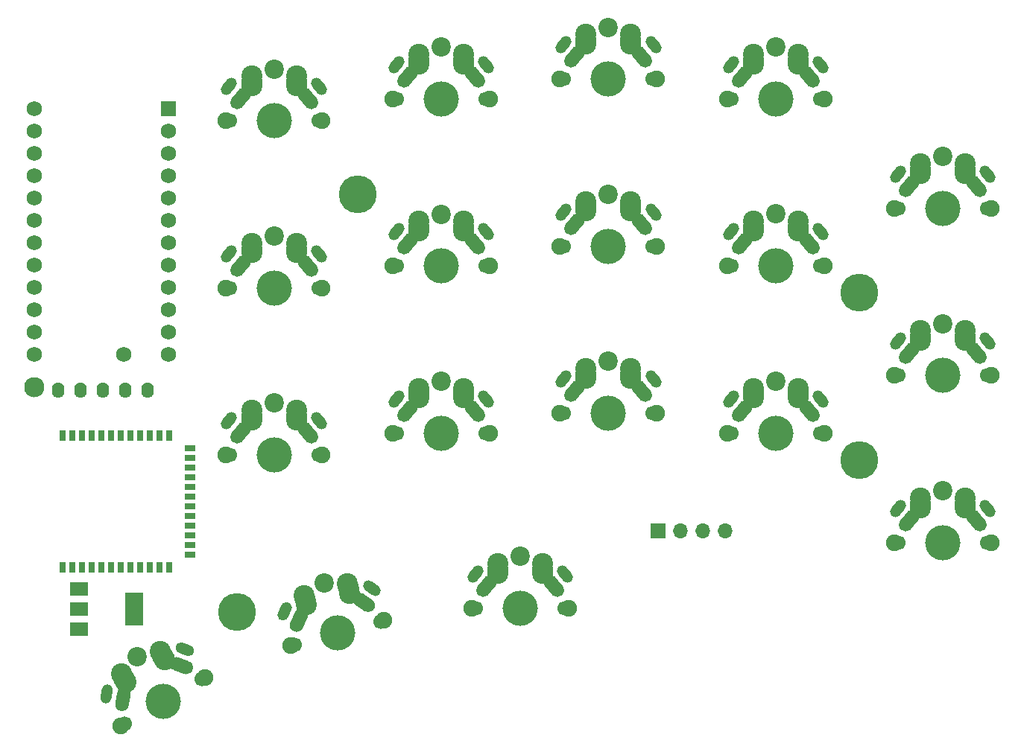
<source format=gts>
G04 #@! TF.GenerationSoftware,KiCad,Pcbnew,(6.0.2)*
G04 #@! TF.CreationDate,2022-03-08T09:31:39+01:00*
G04 #@! TF.ProjectId,pierce,70696572-6365-42e6-9b69-6361645f7063,v 0.1*
G04 #@! TF.SameCoordinates,Original*
G04 #@! TF.FileFunction,Soldermask,Top*
G04 #@! TF.FilePolarity,Negative*
%FSLAX46Y46*%
G04 Gerber Fmt 4.6, Leading zero omitted, Abs format (unit mm)*
G04 Created by KiCad (PCBNEW (6.0.2)) date 2022-03-08 09:31:39*
%MOMM*%
%LPD*%
G01*
G04 APERTURE LIST*
G04 Aperture macros list*
%AMHorizOval*
0 Thick line with rounded ends*
0 $1 width*
0 $2 $3 position (X,Y) of the first rounded end (center of the circle)*
0 $4 $5 position (X,Y) of the second rounded end (center of the circle)*
0 Add line between two ends*
20,1,$1,$2,$3,$4,$5,0*
0 Add two circle primitives to create the rounded ends*
1,1,$1,$2,$3*
1,1,$1,$4,$5*%
G04 Aperture macros list end*
%ADD10C,4.000000*%
%ADD11C,1.700000*%
%ADD12C,1.900000*%
%ADD13C,2.400000*%
%ADD14HorizOval,1.550000X0.108530X0.615505X-0.108530X-0.615505X0*%
%ADD15HorizOval,1.250000X0.082483X0.467784X-0.082483X-0.467784X0*%
%ADD16HorizOval,1.250000X0.446354X-0.162460X-0.446354X0.162460X0*%
%ADD17C,2.200000*%
%ADD18HorizOval,1.550000X0.587308X-0.213763X-0.587308X0.213763X0*%
%ADD19HorizOval,1.550000X0.264136X0.566442X-0.264136X-0.566442X0*%
%ADD20HorizOval,1.250000X0.389097X-0.272449X-0.389097X0.272449X0*%
%ADD21HorizOval,1.250000X0.200744X0.430496X-0.200744X-0.430496X0*%
%ADD22HorizOval,1.550000X0.511970X-0.358485X-0.511970X0.358485X0*%
%ADD23HorizOval,1.250000X0.305324X0.363871X-0.305324X-0.363871X0*%
%ADD24HorizOval,1.550000X0.401742X0.478778X-0.401742X-0.478778X0*%
%ADD25HorizOval,1.250000X0.305324X-0.363871X-0.305324X0.363871X0*%
%ADD26HorizOval,1.550000X0.401742X-0.478778X-0.401742X0.478778X0*%
%ADD27C,4.300000*%
%ADD28R,1.752600X1.752600*%
%ADD29C,1.752600*%
%ADD30O,1.397000X1.778000*%
%ADD31R,0.698500X1.198880*%
%ADD32R,1.198880X0.698500*%
%ADD33R,2.000000X1.500000*%
%ADD34R,2.000000X3.800000*%
%ADD35C,2.300000*%
%ADD36R,1.700000X1.700000*%
%ADD37O,1.700000X1.700000*%
G04 APERTURE END LIST*
D10*
X112652847Y-118845224D03*
D11*
X108253438Y-121385224D03*
X117052256Y-116305224D03*
D12*
X117415987Y-116095224D03*
X107889707Y-121595224D03*
D13*
X108203142Y-116218110D03*
X107913142Y-115715815D03*
D14*
X108083290Y-118550519D03*
D15*
X106286117Y-118017725D03*
D13*
X108453142Y-116651122D03*
D16*
X115119577Y-112917725D03*
D13*
X112852552Y-114111122D03*
D17*
X109702847Y-113735674D03*
D13*
X112602552Y-113678110D03*
X112312552Y-113175815D03*
D18*
X114682404Y-114740519D03*
D12*
X137765439Y-109621719D03*
X127140255Y-112468729D03*
D11*
X127545944Y-112360025D03*
D10*
X132452847Y-111045224D03*
D11*
X137359750Y-109730423D03*
D13*
X128964119Y-107838921D03*
D19*
X128115269Y-109577873D03*
D20*
X136369674Y-105958136D03*
D13*
X128834710Y-107355958D03*
X128684595Y-106795721D03*
D21*
X126517231Y-108598090D03*
D22*
X135475624Y-107605672D03*
D13*
X133871022Y-106524120D03*
X133591498Y-105480920D03*
D17*
X130925815Y-105346262D03*
D13*
X133741613Y-106041157D03*
D11*
X158332847Y-108245224D03*
X148172847Y-108245224D03*
D10*
X153252847Y-108245224D03*
D12*
X147752847Y-108245224D03*
X158752847Y-108245224D03*
D23*
X148152847Y-104345224D03*
D24*
X149442847Y-105705224D03*
D13*
X150712847Y-103165224D03*
D25*
X158352847Y-104345224D03*
D13*
X150712847Y-104245224D03*
X150712847Y-103745224D03*
D17*
X153252847Y-102345224D03*
D26*
X157062847Y-105705224D03*
D13*
X155792847Y-104245224D03*
X155792847Y-103745224D03*
X155792847Y-103165224D03*
D27*
X121025800Y-108690700D03*
X134775800Y-61180700D03*
X191752500Y-91370700D03*
X191752500Y-72370700D03*
D28*
X113269800Y-51422000D03*
D29*
X113269800Y-53962000D03*
X113269800Y-56502000D03*
X113269800Y-59042000D03*
X113269800Y-61582000D03*
X113269800Y-64122000D03*
X113269800Y-66662000D03*
X113269800Y-69202000D03*
X113269800Y-71742000D03*
X113269800Y-74282000D03*
X113269800Y-76822000D03*
X113269800Y-79362000D03*
X98029800Y-79362000D03*
X98029800Y-76822000D03*
X98029800Y-74282000D03*
X98029800Y-71742000D03*
X98029800Y-69202000D03*
X98029800Y-66662000D03*
X98029800Y-64122000D03*
X98029800Y-61582000D03*
X98029800Y-59042000D03*
X98029800Y-56502000D03*
X98029800Y-53962000D03*
X98029800Y-51422000D03*
X108189800Y-79362000D03*
D11*
X139174847Y-50313202D03*
D10*
X144254847Y-50313202D03*
D11*
X149334847Y-50313202D03*
D12*
X149754847Y-50313202D03*
X138754847Y-50313202D03*
D23*
X139154847Y-46413202D03*
D25*
X149354847Y-46413202D03*
D13*
X141714847Y-45813202D03*
X141714847Y-46313202D03*
D24*
X140444847Y-47773202D03*
D13*
X141714847Y-45233202D03*
D17*
X144254847Y-44413202D03*
D26*
X148064847Y-47773202D03*
D13*
X146794847Y-45813202D03*
X146794847Y-46313202D03*
X146794847Y-45233202D03*
D12*
X149754847Y-69313202D03*
D11*
X149334847Y-69313202D03*
X139174847Y-69313202D03*
D12*
X138754847Y-69313202D03*
D10*
X144254847Y-69313202D03*
D13*
X141714847Y-64813202D03*
D25*
X149354847Y-65413202D03*
D24*
X140444847Y-66773202D03*
D23*
X139154847Y-65413202D03*
D13*
X141714847Y-64233202D03*
X141714847Y-65313202D03*
X146794847Y-64813202D03*
D26*
X148064847Y-66773202D03*
D17*
X144254847Y-63413202D03*
D13*
X146794847Y-65313202D03*
X146794847Y-64233202D03*
D11*
X149334847Y-88313202D03*
D10*
X144254847Y-88313202D03*
D12*
X138754847Y-88313202D03*
D11*
X139174847Y-88313202D03*
D12*
X149754847Y-88313202D03*
D24*
X140444847Y-85773202D03*
D13*
X141714847Y-83813202D03*
X141714847Y-84313202D03*
D23*
X139154847Y-84413202D03*
D13*
X141714847Y-83233202D03*
D25*
X149354847Y-84413202D03*
D17*
X144254847Y-82413202D03*
D13*
X146794847Y-83813202D03*
X146794847Y-83233202D03*
X146794847Y-84313202D03*
D26*
X148064847Y-85773202D03*
D10*
X163254847Y-48060224D03*
D11*
X158174847Y-48060224D03*
D12*
X168754847Y-48060224D03*
D11*
X168334847Y-48060224D03*
D12*
X157754847Y-48060224D03*
D13*
X160714847Y-44060224D03*
D25*
X168354847Y-44160224D03*
D13*
X160714847Y-42980224D03*
X160714847Y-43560224D03*
D24*
X159444847Y-45520224D03*
D23*
X158154847Y-44160224D03*
D13*
X165794847Y-42980224D03*
D26*
X167064847Y-45520224D03*
D17*
X163254847Y-42160224D03*
D13*
X165794847Y-43560224D03*
X165794847Y-44060224D03*
D12*
X157754847Y-67060224D03*
X168754847Y-67060224D03*
D11*
X168334847Y-67060224D03*
D10*
X163254847Y-67060224D03*
D11*
X158174847Y-67060224D03*
D13*
X160714847Y-62560224D03*
X160714847Y-61980224D03*
D23*
X158154847Y-63160224D03*
D13*
X160714847Y-63060224D03*
D24*
X159444847Y-64520224D03*
D25*
X168354847Y-63160224D03*
D13*
X165794847Y-62560224D03*
X165794847Y-63060224D03*
D17*
X163254847Y-61160224D03*
D26*
X167064847Y-64520224D03*
D13*
X165794847Y-61980224D03*
D10*
X163254847Y-86060224D03*
D11*
X158174847Y-86060224D03*
X168334847Y-86060224D03*
D12*
X168754847Y-86060224D03*
X157754847Y-86060224D03*
D25*
X168354847Y-82160224D03*
D13*
X160714847Y-80980224D03*
X160714847Y-81560224D03*
D23*
X158154847Y-82160224D03*
D13*
X160714847Y-82060224D03*
D24*
X159444847Y-83520224D03*
D26*
X167064847Y-83520224D03*
D13*
X165794847Y-80980224D03*
X165794847Y-82060224D03*
X165794847Y-81560224D03*
D17*
X163254847Y-80160224D03*
D11*
X187334847Y-50310662D03*
D12*
X187754847Y-50310662D03*
D10*
X182254847Y-50310662D03*
D12*
X176754847Y-50310662D03*
D11*
X177174847Y-50310662D03*
D13*
X179714847Y-45810662D03*
X179714847Y-46310662D03*
D25*
X187354847Y-46410662D03*
D23*
X177154847Y-46410662D03*
D24*
X178444847Y-47770662D03*
D13*
X179714847Y-45230662D03*
X184794847Y-45810662D03*
D17*
X182254847Y-44410662D03*
D13*
X184794847Y-46310662D03*
D26*
X186064847Y-47770662D03*
D13*
X184794847Y-45230662D03*
D10*
X182254847Y-69310662D03*
D12*
X187754847Y-69310662D03*
D11*
X177174847Y-69310662D03*
X187334847Y-69310662D03*
D12*
X176754847Y-69310662D03*
D13*
X179714847Y-64230662D03*
D25*
X187354847Y-65410662D03*
D13*
X179714847Y-64810662D03*
X179714847Y-65310662D03*
D23*
X177154847Y-65410662D03*
D24*
X178444847Y-66770662D03*
D26*
X186064847Y-66770662D03*
D13*
X184794847Y-64230662D03*
X184794847Y-64810662D03*
D17*
X182254847Y-63410662D03*
D13*
X184794847Y-65310662D03*
D12*
X176754847Y-88310662D03*
D11*
X177174847Y-88310662D03*
D12*
X187754847Y-88310662D03*
D10*
X182254847Y-88310662D03*
D11*
X187334847Y-88310662D03*
D13*
X179714847Y-83230662D03*
D25*
X187354847Y-84410662D03*
D24*
X178444847Y-85770662D03*
D23*
X177154847Y-84410662D03*
D13*
X179714847Y-84310662D03*
X179714847Y-83810662D03*
X184794847Y-84310662D03*
D26*
X186064847Y-85770662D03*
D13*
X184794847Y-83230662D03*
X184794847Y-83810662D03*
D17*
X182254847Y-82410662D03*
D11*
X196174847Y-62773598D03*
D12*
X195754847Y-62773598D03*
X206754847Y-62773598D03*
D11*
X206334847Y-62773598D03*
D10*
X201254847Y-62773598D03*
D13*
X198714847Y-58773598D03*
D24*
X197444847Y-60233598D03*
D25*
X206354847Y-58873598D03*
D13*
X198714847Y-57693598D03*
D23*
X196154847Y-58873598D03*
D13*
X198714847Y-58273598D03*
X203794847Y-57693598D03*
X203794847Y-58773598D03*
D17*
X201254847Y-56873598D03*
D13*
X203794847Y-58273598D03*
D26*
X205064847Y-60233598D03*
D12*
X206754847Y-81773598D03*
D11*
X196174847Y-81773598D03*
D10*
X201254847Y-81773598D03*
D12*
X195754847Y-81773598D03*
D11*
X206334847Y-81773598D03*
D24*
X197444847Y-79233598D03*
D13*
X198714847Y-77273598D03*
X198714847Y-76693598D03*
D25*
X206354847Y-77873598D03*
D13*
X198714847Y-77773598D03*
D23*
X196154847Y-77873598D03*
D13*
X203794847Y-76693598D03*
D17*
X201254847Y-75873598D03*
D13*
X203794847Y-77273598D03*
D26*
X205064847Y-79233598D03*
D13*
X203794847Y-77773598D03*
D12*
X206754847Y-100773598D03*
X195754847Y-100773598D03*
D10*
X201254847Y-100773598D03*
D11*
X196174847Y-100773598D03*
X206334847Y-100773598D03*
D13*
X198714847Y-96773598D03*
X198714847Y-96273598D03*
D25*
X206354847Y-96873598D03*
D24*
X197444847Y-98233598D03*
D23*
X196154847Y-96873598D03*
D13*
X198714847Y-95693598D03*
X203794847Y-96773598D03*
X203794847Y-95693598D03*
D26*
X205064847Y-98233598D03*
D13*
X203794847Y-96273598D03*
D17*
X201254847Y-94873598D03*
D10*
X125254847Y-52810020D03*
D12*
X130754847Y-52810020D03*
D11*
X120174847Y-52810020D03*
X130334847Y-52810020D03*
D12*
X119754847Y-52810020D03*
D23*
X120154847Y-48910020D03*
D13*
X122714847Y-47730020D03*
X122714847Y-48310020D03*
D25*
X130354847Y-48910020D03*
D13*
X122714847Y-48810020D03*
D24*
X121444847Y-50270020D03*
D26*
X129064847Y-50270020D03*
D13*
X127794847Y-47730020D03*
X127794847Y-48310020D03*
D17*
X125254847Y-46910020D03*
D13*
X127794847Y-48810020D03*
D12*
X130754847Y-71810020D03*
D10*
X125254847Y-71810020D03*
D12*
X119754847Y-71810020D03*
D11*
X120174847Y-71810020D03*
X130334847Y-71810020D03*
D13*
X122714847Y-66730020D03*
X122714847Y-67310020D03*
D25*
X130354847Y-67910020D03*
D24*
X121444847Y-69270020D03*
D13*
X122714847Y-67810020D03*
D23*
X120154847Y-67910020D03*
D13*
X127794847Y-67810020D03*
X127794847Y-66730020D03*
D17*
X125254847Y-65910020D03*
D26*
X129064847Y-69270020D03*
D13*
X127794847Y-67310020D03*
D12*
X130754847Y-90810020D03*
X119754847Y-90810020D03*
D10*
X125254847Y-90810020D03*
D11*
X120174847Y-90810020D03*
X130334847Y-90810020D03*
D13*
X122714847Y-86310020D03*
X122714847Y-85730020D03*
D24*
X121444847Y-88270020D03*
D13*
X122714847Y-86810020D03*
D23*
X120154847Y-86910020D03*
D25*
X130354847Y-86910020D03*
D13*
X127794847Y-86310020D03*
D26*
X129064847Y-88270020D03*
D13*
X127794847Y-86810020D03*
X127794847Y-85730020D03*
D17*
X125254847Y-84910020D03*
D30*
X100744400Y-83417000D03*
X103284400Y-83417000D03*
X105824400Y-83417000D03*
X108364400Y-83417000D03*
X110904400Y-83417000D03*
D31*
X101252480Y-103573280D03*
X102352300Y-103573280D03*
X103452120Y-103573280D03*
X104551940Y-103573280D03*
X105651760Y-103573280D03*
X106751580Y-103573280D03*
X107851400Y-103573280D03*
X108951220Y-103573280D03*
X110051040Y-103573280D03*
X111150860Y-103573280D03*
X112250680Y-103573280D03*
X113350500Y-103573280D03*
D32*
X115700000Y-102122940D03*
X115700000Y-101023120D03*
X115700000Y-99923300D03*
X115700000Y-98823480D03*
X115700000Y-97723660D03*
X115700000Y-96623840D03*
X115700000Y-95526560D03*
X115700000Y-94426740D03*
X115700000Y-93326920D03*
X115700000Y-92227100D03*
X115700000Y-91127280D03*
X115700000Y-90027460D03*
D31*
X113350500Y-88577120D03*
X112250680Y-88577120D03*
X111150860Y-88577120D03*
X110051040Y-88577120D03*
X108951220Y-88577120D03*
X107851400Y-88577120D03*
X106751580Y-88577120D03*
X105651760Y-88577120D03*
X104551940Y-88577120D03*
X103452120Y-88577120D03*
X102352300Y-88577120D03*
X101252480Y-88577120D03*
D33*
X103109400Y-106043400D03*
X103109400Y-108343400D03*
D34*
X109409400Y-108343400D03*
D33*
X103109400Y-110643400D03*
D35*
X98057400Y-83100000D03*
D36*
X168870400Y-99428000D03*
D37*
X171410400Y-99428000D03*
X173950400Y-99428000D03*
X176490400Y-99428000D03*
M02*

</source>
